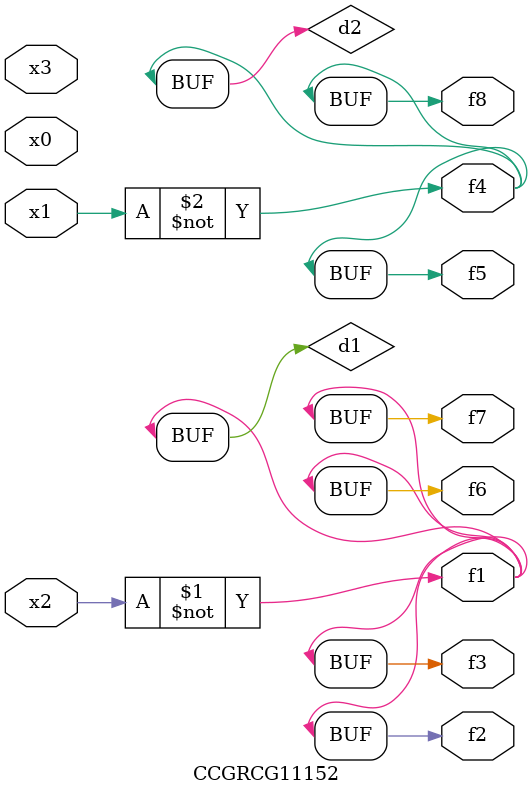
<source format=v>
module CCGRCG11152(
	input x0, x1, x2, x3,
	output f1, f2, f3, f4, f5, f6, f7, f8
);

	wire d1, d2;

	xnor (d1, x2);
	not (d2, x1);
	assign f1 = d1;
	assign f2 = d1;
	assign f3 = d1;
	assign f4 = d2;
	assign f5 = d2;
	assign f6 = d1;
	assign f7 = d1;
	assign f8 = d2;
endmodule

</source>
